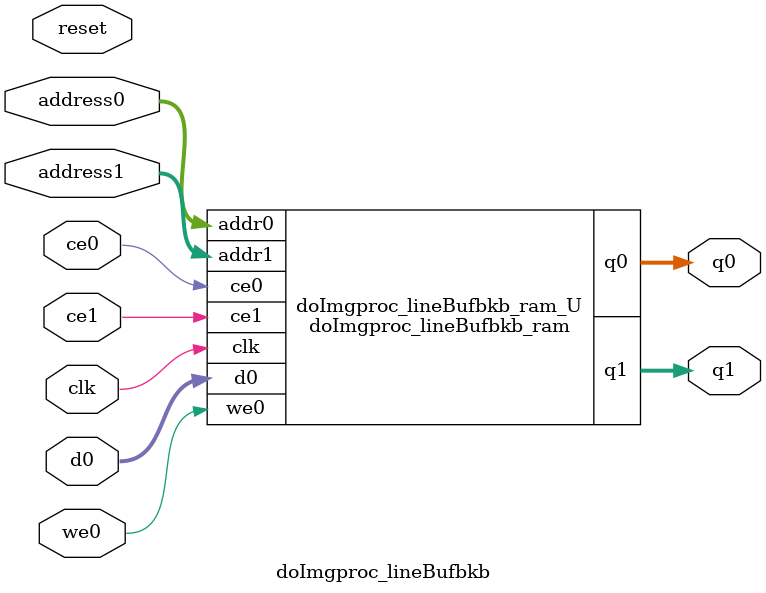
<source format=v>

`timescale 1 ns / 1 ps
module doImgproc_lineBufbkb_ram (addr0, ce0, d0, we0, q0, addr1, ce1, q1,  clk);

parameter DWIDTH = 8;
parameter AWIDTH = 8;
parameter MEM_SIZE = 240;

input[AWIDTH-1:0] addr0;
input ce0;
input[DWIDTH-1:0] d0;
input we0;
output reg[DWIDTH-1:0] q0;
input[AWIDTH-1:0] addr1;
input ce1;
output reg[DWIDTH-1:0] q1;
input clk;

(* ram_style = "block" *)reg [DWIDTH-1:0] ram[0:MEM_SIZE-1];




always @(posedge clk)  
begin 
    if (ce0) 
    begin
        if (we0) 
        begin 
            ram[addr0] <= d0; 
            q0 <= d0;
        end 
        else 
            q0 <= ram[addr0];
    end
end


always @(posedge clk)  
begin 
    if (ce1) 
    begin
            q1 <= ram[addr1];
    end
end


endmodule


`timescale 1 ns / 1 ps
module doImgproc_lineBufbkb(
    reset,
    clk,
    address0,
    ce0,
    we0,
    d0,
    q0,
    address1,
    ce1,
    q1);

parameter DataWidth = 32'd8;
parameter AddressRange = 32'd240;
parameter AddressWidth = 32'd8;
input reset;
input clk;
input[AddressWidth - 1:0] address0;
input ce0;
input we0;
input[DataWidth - 1:0] d0;
output[DataWidth - 1:0] q0;
input[AddressWidth - 1:0] address1;
input ce1;
output[DataWidth - 1:0] q1;



doImgproc_lineBufbkb_ram doImgproc_lineBufbkb_ram_U(
    .clk( clk ),
    .addr0( address0 ),
    .ce0( ce0 ),
    .d0( d0 ),
    .we0( we0 ),
    .q0( q0 ),
    .addr1( address1 ),
    .ce1( ce1 ),
    .q1( q1 ));

endmodule


</source>
